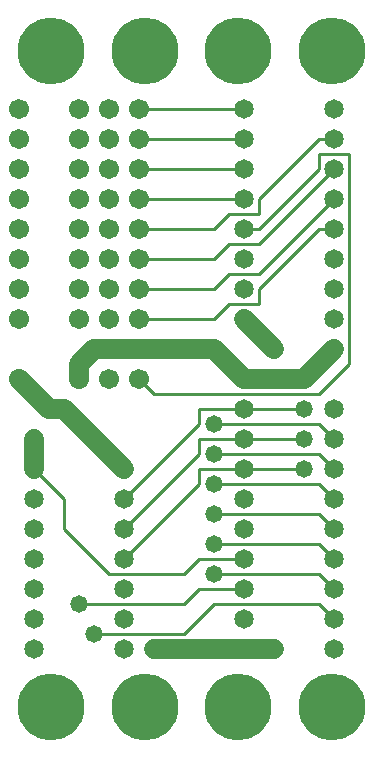
<source format=gbl>
%MOIN*%
%FSLAX25Y25*%
G04 D10 used for Character Trace; *
G04     Circle (OD=.01000) (No hole)*
G04 D11 used for Power Trace; *
G04     Circle (OD=.06700) (No hole)*
G04 D12 used for Signal Trace; *
G04     Circle (OD=.01100) (No hole)*
G04 D13 used for Via; *
G04     Circle (OD=.05800) (Round. Hole ID=.02800)*
G04 D14 used for Component hole; *
G04     Circle (OD=.06500) (Round. Hole ID=.03500)*
G04 D15 used for Component hole; *
G04     Circle (OD=.06700) (Round. Hole ID=.04300)*
G04 D16 used for Component hole; *
G04     Circle (OD=.08100) (Round. Hole ID=.05100)*
G04 D17 used for Component hole; *
G04     Circle (OD=.08900) (Round. Hole ID=.05900)*
G04 D18 used for Component hole; *
G04     Circle (OD=.11300) (Round. Hole ID=.08300)*
G04 D19 used for Component hole; *
G04     Circle (OD=.16000) (Round. Hole ID=.13000)*
G04 D20 used for Component hole; *
G04     Circle (OD=.18300) (Round. Hole ID=.15300)*
G04 D21 used for Component hole; *
G04     Circle (OD=.22291) (Round. Hole ID=.19291)*
%ADD10C,.01000*%
%ADD11C,.06700*%
%ADD12C,.01100*%
%ADD13C,.05800*%
%ADD14C,.06500*%
%ADD15C,.06700*%
%ADD16C,.08100*%
%ADD17C,.08900*%
%ADD18C,.11300*%
%ADD19C,.16000*%
%ADD20C,.18300*%
%ADD21C,.22291*%
%IPPOS*%
%LPD*%
G90*X0Y0D02*D21*X15625Y15625D03*D14*              
X10000Y35000D03*D13*X30000Y40000D03*D12*X60000D01*
X70000Y50000D01*X105000D01*X110000Y45000D01*D14*  
D03*Y55000D03*D12*X105000Y60000D01*X70000D01*D13* 
D03*D12*X60000D02*X65000Y65000D01*X35000Y60000D02*
X60000D01*X35000D02*X20000Y75000D01*Y85000D01*    
X10000Y95000D01*D14*D03*D11*Y105000D01*D14*D03*   
D11*X30000D02*X20000Y115000D01*D14*               
X30000Y105000D03*D11*X40000Y95000D01*D14*D03*     
Y85000D03*D12*X65000Y110000D01*Y115000D01*        
X80000D01*D14*D03*D12*X100000D01*D13*D03*D12*     
X110000Y105000D02*X105000Y110000D01*D14*          
X110000Y105000D03*D12*X70000Y110000D02*X105000D01*
D13*X70000D03*D12*X65000Y100000D02*Y105000D01*    
X40000Y75000D02*X65000Y100000D01*D14*             
X40000Y75000D03*Y65000D03*D12*X65000Y90000D01*    
Y95000D01*X80000D01*D14*D03*D12*X100000D01*D13*   
D03*D12*X110000Y85000D02*X105000Y90000D01*D14*    
X110000Y85000D03*D12*X70000Y90000D02*X105000D01*  
D13*X70000D03*D14*X80000Y85000D03*D13*            
X70000Y100000D03*D12*X105000D01*X110000Y95000D01* 
D14*D03*D13*X100000Y105000D03*D12*X80000D01*D14*  
D03*D12*X65000D01*X50000Y120000D02*X105000D01*    
X115000Y130000D01*Y200000D01*X105000D01*          
Y195000D01*X85000Y175000D01*X80000D01*D14*D03*D12*
X75000Y170000D02*X85000D01*X70000Y165000D02*      
X75000Y170000D01*X45000Y165000D02*X70000D01*D15*  
X45000D03*X35000Y175000D03*Y155000D03*            
X45000Y175000D03*D12*X70000D01*X75000Y180000D01*  
X85000D01*Y185000D01*X105000Y205000D01*X110000D01*
D14*D03*Y215000D03*Y195000D03*D12*                
X85000Y170000D01*D14*X80000Y165000D03*D12*        
X70000Y155000D02*X75000Y160000D01*                
X45000Y155000D02*X70000D01*D15*X45000D03*         
X35000Y165000D03*Y145000D03*X45000D03*D12*        
X70000D01*X75000Y150000D01*X85000D01*Y155000D01*  
X105000Y175000D01*X110000D01*D14*D03*Y185000D03*  
D12*X85000Y160000D01*X75000D01*D14*               
X80000Y155000D03*Y145000D03*D11*X90000Y135000D01* 
D14*D03*D11*X80000Y125000D02*X100000D01*X80000D02*
X70000Y135000D01*X30000D01*X25000Y130000D01*      
Y125000D01*D15*D03*D11*X15000Y115000D02*X20000D01*
X15000D02*X5000Y125000D01*D15*D03*                
X25000Y145000D03*X5000D03*X25000Y155000D03*       
X35000Y125000D03*X5000Y155000D03*X25000Y165000D03*
X45000Y125000D03*D12*X50000Y120000D01*D13*        
X70000Y80000D03*D12*X105000D01*X110000Y75000D01*  
D14*D03*D12*Y65000D02*X105000Y70000D01*D14*       
X110000Y65000D03*D12*X70000Y70000D02*X105000D01*  
D13*X70000D03*D12*X65000Y65000D02*X80000D01*D14*  
D03*Y75000D03*Y55000D03*D12*X65000D01*            
X60000Y50000D01*X25000D01*D13*D03*D14*            
X40000Y35000D03*X10000Y65000D03*X40000Y45000D03*  
X10000Y55000D03*X40000D03*X10000Y45000D03*D13*    
X50000Y35000D03*D11*X90000D01*D14*D03*            
X80000Y45000D03*D21*X109375Y15625D03*X78125D03*   
D14*X110000Y35000D03*D21*X46875Y15625D03*D14*     
X10000Y85000D03*Y75000D03*X110000Y115000D03*D11*  
X100000Y125000D02*X110000Y135000D01*D14*D03*      
Y145000D03*Y155000D03*Y165000D03*X80000Y185000D03*
D12*X45000D01*D15*D03*X35000Y195000D03*X45000D03* 
D12*X80000D01*D14*D03*Y205000D03*D12*X45000D01*   
D15*D03*X35000Y215000D03*X45000D03*D12*X80000D01* 
D14*D03*D21*X78125Y234375D03*X109375D03*X46875D03*
D15*X35000Y205000D03*Y185000D03*X25000Y215000D03* 
Y205000D03*Y195000D03*Y185000D03*Y175000D03*D21*  
X15625Y234375D03*D15*X5000Y215000D03*Y205000D03*  
Y195000D03*Y185000D03*Y175000D03*Y165000D03*M02*  

</source>
